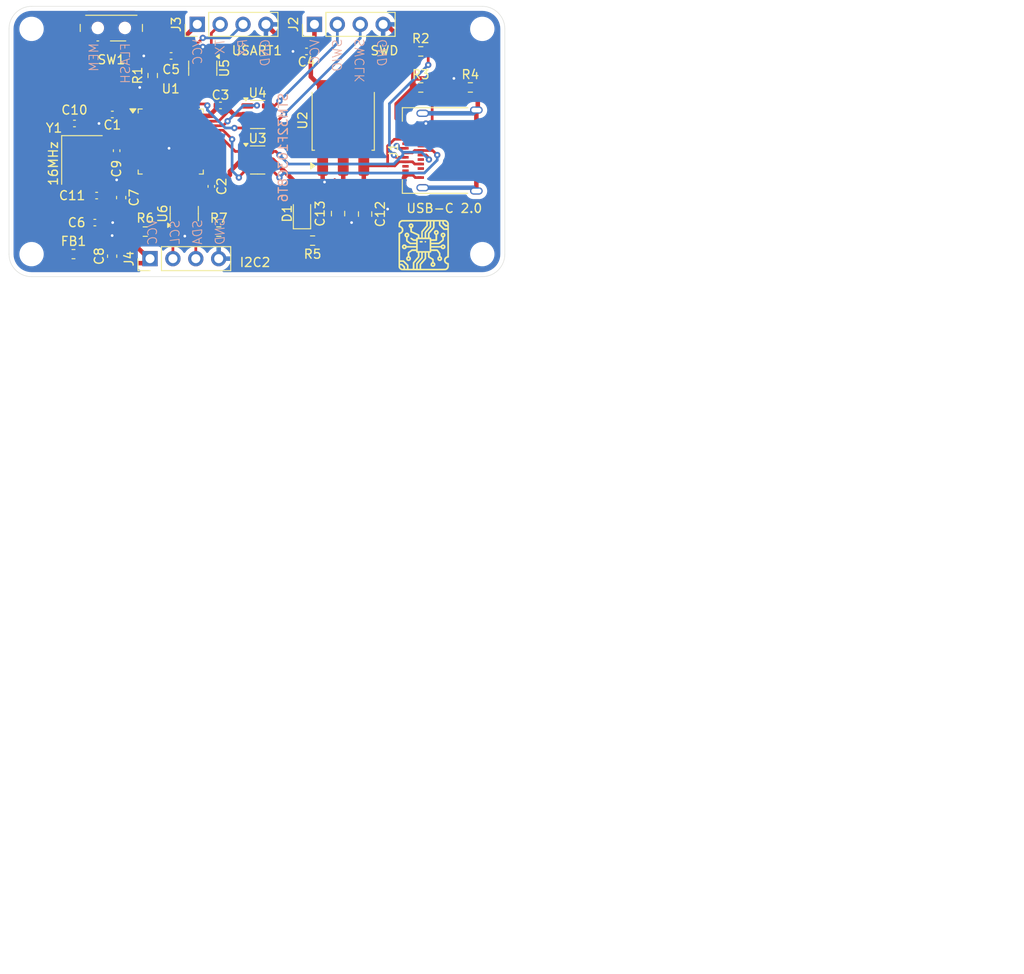
<source format=kicad_pcb>
(kicad_pcb (version 20241229) (generator "pcbnew") (generator_version "9.0")
  (layers (0 "F.Cu" signal) (2 "B.Cu" power) (13 "F.Paste" user) (15 "B.Paste" user) (5 "F.SilkS" user "F.Silkscreen") (7 "B.SilkS" user "B.Silkscreen") (1 "F.Mask" user) (3 "B.Mask" user) (25 "Edge.Cuts" user))
  (net 0 "")
  (net 1 "GND")
  (net 2 "+3.3V")
  (net 3 "+3.3VA")
  (net 4 "/NRST")
  (net 5 "/HSE_IN")
  (net 6 "/HSE_OUT")
  (net 7 "VBUS")
  (net 8 "Net-(D1-K)")
  (net 9 "Net-(J1-D--PadA7)")
  (net 10 "Net-(J1-SHIELD)")
  (net 11 "Net-(J1-D+-PadA6)")
  (net 12 "Net-(J1-CC2)")
  (net 13 "Net-(J1-CC1)")
  (net 14 "Net-(J2-Pin_2)")
  (net 15 "Net-(J2-Pin_3)")
  (net 16 "Net-(J3-Pin_3)")
  (net 17 "Net-(J3-Pin_2)")
  (net 18 "Net-(J4-Pin_3)")
  (net 19 "Net-(J4-Pin_2)")
  (net 20 "Net-(SW1-B)")
  (net 21 "Net-(U1-BOOT0)")
  (net 28 "/I2C2_SDA")
  (net 30 "/I2C2_SCL")
  (net 31 "/USB_D+")
  (net 34 "/USART1_TX")
  (net 36 "/USART1_RX")
  (net 38 "/USB_D-")
  (net 44 "/SWIO")
  (net 56 "/SWCLK")
  (footprint "Package_QFP:LQFP-48_7x7mm_P0.5mm" (layer "F.Cu") (at 133.94 102)
    (property "Reference" "U1")
    (property "Value" "STM32F103C8Tx" (hide yes))
  )
  (footprint "Capacitor_SMD:C_0603_1608Metric" (layer "F.Cu") (at 127.44 114.725 90)
    (property "Reference" "C8")
    (property "Value" "1u" (hide yes))
  )
  (footprint "Capacitor_SMD:C_0402_1005Metric" (layer "F.Cu") (at 127.46 99 180)
    (property "Reference" "C1")
    (property "Value" "100n" (hide yes))
  )
  (footprint "MountingHole:MountingHole_2.2mm_M2_DIN965" (layer "F.Cu") (at 168.5 89.5)
    (property "Reference" "H4" (hide yes))
    (property "Value" "MountingHole" (hide yes))
  )
  (footprint "Resistor_SMD:R_0603_1608Metric" (layer "F.Cu") (at 149.675 113)
    (property "Reference" "R5")
    (property "Value" "1.5k" (hide yes))
  )
  (footprint "Capacitor_SMD:C_0805_2012Metric" (layer "F.Cu") (at 155.5 110.05 -90)
    (property "Reference" "C12")
    (property "Value" "22u" (hide yes))
  )
  (footprint "Resistor_SMD:R_0603_1608Metric" (layer "F.Cu") (at 131.115 112)
    (property "Reference" "R6")
    (property "Value" "1.5k" (hide yes))
  )
  (footprint "Connector_PinHeader_2.54mm:PinHeader_1x04_P2.54mm_Vertical" (layer "F.Cu") (at 136.88 89 90)
    (property "Reference" "J3")
    (property "Value" "Conn_01x04_Pin" (hide yes))
  )
  (footprint "Capacitor_SMD:C_0402_1005Metric" (layer "F.Cu") (at 133.98 92.5 180)
    (property "Reference" "C5")
    (property "Value" "100n" (hide yes))
  )
  (footprint "Capacitor_SMD:C_0603_1608Metric" (layer "F.Cu") (at 128.44 108.225 -90)
    (property "Reference" "C7")
    (property "Value" "1u" (hide yes))
  )
  (footprint "Connector_USB:USB_C_Receptacle_Amphenol_12401610E4-2A" (layer "F.Cu") (at 165 103 90)
    (property "Reference" "J1")
    (property "Value" "USB_C_Receptacle_USB2.0_14P" (hide yes))
  )
  (footprint "Resistor_SMD:R_0603_1608Metric" (layer "F.Cu") (at 161.675 92)
    (property "Reference" "R2")
    (property "Value" "5.1k" (hide yes))
  )
  (footprint "MountingHole:MountingHole_2.2mm_M2_DIN965" (layer "F.Cu") (at 118.5 114.5)
    (property "Reference" "H2" (hide yes))
    (property "Value" "MountingHole" (hide yes))
  )
  (footprint "Capacitor_SMD:C_0402_1005Metric" (layer "F.Cu") (at 149 92 180)
    (property "Reference" "C4")
    (property "Value" "100n" (hide yes))
  )
  (footprint "Package_TO_SOT_SMD:SOT-23-6" (layer "F.Cu") (at 137.49 93.8625 -90)
    (property "Reference" "U5")
    (property "Value" "USBLC6-2SC6" (hide yes))
  )
  (footprint "Package_TO_SOT_SMD:SOT-23-6" (layer "F.Cu") (at 135.44 110 90)
    (property "Reference" "U6")
    (property "Value" "USBLC6-2SC6" (hide yes))
  )
  (footprint "Capacitor_SMD:C_0805_2012Metric" (layer "F.Cu") (at 152.5 110 -90)
    (property "Reference" "C13")
    (property "Value" "22u" (hide yes))
  )
  (footprint "Resistor_SMD:R_0603_1608Metric" (layer "F.Cu") (at 167.175 96)
    (property "Reference" "R4")
    (property "Value" "1M" (hide yes))
  )
  (footprint "Resistor_SMD:R_0603_1608Metric" (layer "F.Cu") (at 131.94 94.675 -90)
    (property "Reference" "R1")
    (property "Value" "10k" (hide yes))
  )
  (footprint "Inductor_SMD:L_0603_1608Metric" (layer "F.Cu") (at 123.1525 114.5)
    (property "Reference" "FB1")
    (property "Value" "FerriteBead" (hide yes))
  )
  (footprint "Package_TO_SOT_SMD:SOT-23-6" (layer "F.Cu") (at 143.5775 99)
    (property "Reference" "U4")
    (property "Value" "USBLC6-2SC6" (hide yes))
  )
  (footprint "LED_SMD:LED_0805_2012Metric" (layer "F.Cu") (at 148.5 110 90)
    (property "Reference" "D1")
    (property "Value" "RED" (hide yes))
  )
  (footprint "Package_TO_SOT_SMD:TO-252-3_TabPin2" (layer "F.Cu") (at 153.0725 99.66 90)
    (property "Reference" "U2")
    (property "Value" "AMS1117CD-3.3" (hide yes))
  )
  (footprint "Connector_PinHeader_2.54mm:PinHeader_1x04_P2.54mm_Vertical" (layer "F.Cu") (at 149.88 89 90)
    (property "Reference" "J2")
    (property "Value" "Conn_01x04_Pin" (hide yes))
  )
  (footprint "Capacitor_SMD:C_0402_1005Metric" (layer "F.Cu") (at 127.94 103.02 -90)
    (property "Reference" "C9")
    (property "Value" "100n" (hide yes))
  )
  (footprint "Resistor_SMD:R_0603_1608Metric" (layer "F.Cu") (at 139.265 112 180)
    (property "Reference" "R7")
    (property "Value" "1.5k" (hide yes))
  )
  (footprint "Capacitor_SMD:C_0402_1005Metric" (layer "F.Cu") (at 138.44 106.98 -90)
    (property "Reference" "C2")
    (property "Value" "100n" (hide yes))
  )
  (footprint "MountingHole:MountingHole_2.2mm_M2_DIN965" (layer "F.Cu") (at 168.5 114.5)
    (property "Reference" "H3" (hide yes))
    (property "Value" "MountingHole" (hide yes))
  )
  (footprint "Capacitor_SMD:C_0402_1005Metric" (layer "F.Cu") (at 123.26 100)
    (property "Reference" "C10")
    (property "Value" "10p" (hide yes))
  )
  (footprint "Resistor_SMD:R_0603_1608Metric" (layer "F.Cu") (at 161.675 96)
    (property "Reference" "R3")
    (property "Value" "5.1k" (hide yes))
  )
  (footprint "MountingHole:MountingHole_2.2mm_M2_DIN965" (layer "F.Cu") (at 118.5 89.5)
    (property "Reference" "H1" (hide yes))
    (property "Value" "MountingHole" (hide yes))
  )
  (footprint "Capacitor_SMD:C_0402_1005Metric" (layer "F.Cu") (at 125.52 111)
    (property "Reference" "C6")
    (property "Value" "10n" (hide yes))
  )
  (footprint "Connector_PinHeader_2.54mm:PinHeader_1x04_P2.54mm_Vertical" (layer "F.Cu") (at 131.64 115 90)
    (property "Reference" "J4")
    (property "Value" "Conn_01x04_Pin" (hide yes))
  )
  (footprint "Capacitor_SMD:C_0402_1005Metric" (layer "F.Cu") (at 139.46 98)
    (property "Reference" "C3")
    (property "Value" "100n" (hide yes))
  )
  (footprint "Button_Switch_SMD:SW_SPDT_PCM12" (layer "F.Cu") (at 127.35 89.72 180)
    (property "Reference" "SW1")
    (property "Value" "SW_SPDT" (hide yes))
  )
  (footprint "LOGO" (layer "F.Cu") (at 162 113.5)
    (property "Reference" "G***" (hide yes))
    (property "Value" "LOGO" (hide yes))
  )
  (footprint "Package_TO_SOT_SMD:SOT-23-6" (layer "F.Cu") (at 143.5775 104.05)
    (property "Reference" "U3")
    (property "Value" "USBLC6-2SC6" (hide yes))
  )
  (footprint "Capacitor_SMD:C_0402_1005Metric" (layer "F.Cu") (at 125.72 108)
    (property "Reference" "C11")
    (property "Value" "10p" (hide yes))
  )
  (footprint "Crystal:Crystal_SMD_TXC_7M-4Pin_3.2x2.5mm_HandSoldering" (layer "F.Cu") (at 124.09 104.05 -90)
    (property "Reference" "Y1")
    (property "Value" "16MHz" (hide yes))
  )
  (gr_arc (start 171 114.5) (mid 170.267767 116.267767) (end 168.5 117) (stroke (width 0.05)) (layer "Edge.Cuts"))
  (gr_line (start 116 89.5) (end 116 114.5) (stroke (width 0.05)) (layer "Edge.Cuts"))
  (gr_arc (start 118.5 117) (mid 116.732233 116.267767) (end 116 114.5) (stroke (width 0.05)) (layer "Edge.Cuts"))
  (gr_arc (start 116 89.5) (mid 116.732233 87.732233) (end 118.5 87) (stroke (width 0.05)) (layer "Edge.Cuts"))
  (gr_line (start 118.5 117) (end 168.5 117) (stroke (width 0.05)) (layer "Edge.Cuts"))
  (gr_arc (start 168.5 87) (mid 170.267767 87.732233) (end 171 89.5) (stroke (width 0.05)) (layer "Edge.Cuts"))
  (gr_line (start 168.5 87) (end 118.5 87) (stroke (width 0.05)) (layer "Edge.Cuts"))
  (gr_line (start 171 114.5) (end 171 89.5) (stroke (width 0.05)) (layer "Edge.Cuts"))
  (gr_text "16MHz" (at 121.5 107 90) (layer "F.SilkS") (effects (font (size 1 1)) (justify left bottom)))
  (gr_text "USB-C 2.0" (at 160 110 0) (layer "F.SilkS") (effects (font (size 1 1)) (justify left bottom)))
  (gr_text "I2C2" (at 141.5 116 0) (layer "F.SilkS") (effects (font (size 1 1)) (justify left bottom)))
  (gr_text "USART1" (at 143.5 92.5 0) (layer "F.SilkS") (effects (font (size 1 1)) (justify bottom)))
  (gr_text "SWD" (at 156 92.5 0) (layer "F.SilkS") (effects (font (size 1 1)) (justify left bottom)))
  (gr_text "SCL" (at 135 113.5 90) (layer "B.SilkS") (effects (font (size 1 1) (thickness 0.1) (italic yes)) (justify right bottom mirror)))
  (gr_text "TX" (at 140 90.5 90) (layer "B.SilkS") (effects (font (size 1 1) (thickness 0.1) (italic yes)) (justify left bottom mirror)))
  (gr_text "SDA" (at 137.5 113.5 90) (layer "B.SilkS") (effects (font (size 1 1) (thickness 0.1) (italic yes)) (justify right bottom mirror)))
  (gr_text "FLASH" (at 129.5 91 90) (layer "B.SilkS") (effects (font (size 1 1) (thickness 0.1)) (justify left bottom mirror)))
  (gr_text "VCC" (at 132.5 113.5 90) (layer "B.SilkS") (effects (font (size 1 1) (thickness 0.1) (italic yes)) (justify right bottom mirror)))
  (gr_text "GND" (at 158 90.5 90) (layer "B.SilkS") (effects (font (size 1 1) (thickness 0.1) (italic yes)) (justify left bottom mirror)))
  (gr_text "SWIO" (at 153 90.5 90) (layer "B.SilkS") (effects (font (size 1 1) (thickness 0.1) (italic yes)) (justify left bottom mirror)))
  (gr_text "GND" (at 140 113.5 90) (layer "B.SilkS") (effects (font (size 1 1) (thickness 0.1) (italic yes)) (justify right bottom mirror)))
  (gr_text "GND" (at 145 90.5 90) (layer "B.SilkS") (effects (font (size 1 1) (thickness 0.1) (italic yes)) (justify left bottom mirror)))
  (gr_text "RX" (at 142.5 90.5 90) (layer "B.SilkS") (effects (font (size 1 1) (thickness 0.1) (italic yes)) (justify left bottom mirror)))
  (gr_text "STM32F103C8T6" (at 147 96.5 90) (layer "B.SilkS") (effects (font (size 1 1)) (justify left bottom mirror)))
  (gr_text "VCC" (at 150.5 90.5 90) (layer "B.SilkS") (effects (font (size 1 1) (thickness 0.1) (italic yes)) (justify left bottom mirror)))
  (gr_text "MEM" (at 126 91 90) (layer "B.SilkS") (effects (font (size 1 1) (thickness 0.1)) (justify left bottom mirror)))
  (gr_text "SWCLK" (at 155.5 90.5 90) (layer "B.SilkS") (effects (font (size 1 1) (thickness 0.1)) (justify left bottom mirror)))
  (gr_text "VCC" (at 137.5 90.5 90) (layer "B.SilkS") (effects (font (size 1 1) (thickness 0.1) (italic yes)) (justify left bottom mirror)))
  (segment (start 135.44 111.1375) (end 135.44 112.44) (width 0.5) (layer "F.Cu") (net 1))
  (segment (start 157.5 89) (end 157.85 89) (width 0.5) (layer "F.Cu") (net 1))
  (segment (start 139.94 98) (end 140.47 98.53) (width 0.5) (layer "F.Cu") (net 1))
  (segment (start 160.816719 105.75) (end 159.98 105.75) (width 0.3) (layer "F.Cu") (net 1))
  (segment (start 138.749999 107.46) (end 138.44 107.46) (width 0.5) (layer "F.Cu") (net 1))
  (segment (start 130.95 92.5) (end 129.6 91.15) (width 0.5) (layer "F.Cu") (net 1))
  (segment (start 124.651 108.761) (end 122.94 107.05) (width 0.5) (layer "F.Cu") (net 1))
  (segment (start 130.95 92.5) (end 133.5 92.5) (width 0.5) (layer "F.Cu") (net 1))
  (segment (start 160.85 95) (end 160.85 96) (width 0.5) (layer "F.Cu") (net 1))
  (segment (start 139.25 99.75) (end 140.47 98.53) (width 0.3) (layer "F.Cu") (net 1))
  (segment (start 141.777501 104.05) (end 140.5 105.327501) (width 0.5) (layer "F.Cu") (net 1))
  (segment (start 159 97.85) (end 159 99.431694) (width 0.5) (layer "F.Cu") (net 1))
  (segment (start 122.94 105.5) (end 122.94 105.252) (width 0.3) (layer "F.Cu") (net 1))
  (segment (start 129.7775 102.75) (end 133.75 102.75) (width 0.3) (layer "F.Cu") (net 1))
  (segment (start 125.628682 108.761) (end 124.651 108.761) (width 0.5) (layer "F.Cu") (net 1))
  (segment (start 125.24 102.952) (end 125.24 102.6) (width 0.3) (layer "F.Cu") (net 1))
  (segment (start 133.75 102.75) (end 136.19 105.19) (width 0.3) (layer "F.Cu") (net 1))
  (segment (start 161.741 100.5) (end 162.241 100) (width 0.3) (layer "F.Cu") (net 1))
  (segment (start 142.44 104.05) (end 141.777501 104.05) (width 0.5) (layer "F.Cu") (net 1))
  (segment (start 155.5 111) (end 159.814 106.686) (width 0.5) (layer "F.Cu") (net 1))
  (segment (start 122.94 107.05) (end 122.94 105.5) (width 0.5) (layer "F.Cu") (net 1))
  (segment (start 138.1025 99.75) (end 139.25 99.75) (width 0.3) (layer "F.Cu") (net 1))
  (segment (start 126.2 108.189682) (end 125.628682 108.761) (width 0.5) (layer "F.Cu") (net 1))
  (segment (start 148.52 92) (end 147.5 92) (width 0.5) (layer "F.Cu") (net 1))
  (segment (start 140.5 105.709999) (end 138.749999 107.46) (width 0.5) (layer "F.Cu") (net 1))
  (segment (start 159.814 106.686) (end 159.814 106.017) (width 0.5) (layer "F.Cu") (net 1))
  (segment (start 166.35 96) (end 165.35 95) (width 0.5) (layer "F.Cu") (net 1))
  (segment (start 150.7925 106.2925) (end 151 106.5) (width 0.5) (layer "F.Cu") (net 1))
  (segment (start 127.94 106.26) (end 126.2 108) (width 0.5) (layer "F.Cu") (net 1))
  (segment (start 160.85 96) (end 159 97.85) (width 0.5) (layer "F.Cu") (net 1))
  (segment (start 161.68 106) (end 161.066719 106) (width 0.3) (layer "F.Cu") (net 1))
  (segment (start 140.5 105.327501) (end 140.5 105.709999) (width 0.5) (layer "F.Cu") (net 1))
  (segment (start 157.85 89) (end 160.85 92) (width 0.5) (layer "F.Cu") (net 1))
  (segment (start 130.88 96) (end 130.5 96) (width 0.3) (layer "F.Cu") (net 1))
  (segment (start 122.94 105.252) (end 125.24 102.952) (width 0.3) (layer "F.Cu") (net 1))
  (segment (start 161.68 100.5) (end 161.741 100.5) (width 0.3) (layer "F.Cu") (net 1))
  (segment (start 159.814 106.017) (end 159.98 105.851) (width 0.5) (layer "F.Cu") (net 1))
  (segment (start 127.94 106.26) (end 127.94 106) (width 0.5) (layer "F.Cu") (net 1))
  (segment (start 125.98 100) (end 126.98 99) (width 0.5) (layer "F.Cu") (net 1))
  (segment (start 159 99.431694) (end 159.717306 100.149) (width 0.3) (layer "F.Cu") (net 1))
  (segment (start 152.55 111) (end 152.5 110.95) (width 0.5) (layer "F.Cu") (net 1))
  (segment (start 126.2 108) (end 126.2 108.189682) (width 0.5) (layer "F.Cu") (net 1))
  (segment (start 161.066719 106) (end 160.816719 105.75) (width 0.3) (layer "F.Cu") (net 1))
  (segment (start 136.19 105.19) (end 136.19 106.1625) (width 0.3) (layer "F.Cu") (net 1))
  (segment (start 135.44 112.44) (end 135.5 112.5) (width 0.5) (layer "F.Cu") (net 1))
  (segment (start 165.35 95) (end 160.85 95) (width 0.5) (layer "F.Cu") (net 1))
  (segment (start 123.74 100) (end 125.98 100) (width 0.5) (layer "F.Cu") (net 1))
  (segment (start 150.7925 104.7) (end 150.7925 106.2925) (width 0.5) (layer "F.Cu") (net 1))
  (segment (start 137.49 91.51) (end 137.5 91.5) (width 0.5) (layer "F.Cu") (net 1))
  (segment (start 137.49 92.725) (end 137.49 91.51) (width 0.5) (layer "F.Cu") (net 1))
  (segment (start 160.85 92) (end 160.85 95) (width 0.5) (layer "F.Cu") (net 1))
  (segment (start 140.47 98.53) (end 140.94 99) (width 0.5) (layer "F.Cu") (net 1))
  (segment (start 131.69 97.8375) (end 131.69 96.81) (width 0.3) (layer "F.Cu") (net 1))
  (segment (start 131.69 96.81) (end 130.88 96) (width 0.3) (layer "F.Cu") (net 1))
  (segment (start 147.5 92) (end 144.5 89) (width 0.5) (layer "F.Cu") (net 1))
  (segment (start 127.94 103.5) (end 127.94 106.26) (width 0.5) (layer "F.Cu") (net 1))
  (segment (start 150.5 113) (end 150.5 112.95) (width 0.5) (layer "F.Cu") (net 1))
  (segment (start 140.94 99) (end 142.44 99) (width 0.5) (layer "F.Cu") (net 1))
  (via (at 137.5 91.5) (size 0.7) (drill 0.3) (layers "F.Cu" "B.Cu") (net 1))
  (via (at 151 106.5) (size 0.7) (drill 0.3) (layers "F.Cu" "B.Cu") (net 1))
  (via (at 154 111) (size 0.7) (drill 0.3) (layers "F.Cu" "B.Cu") (net 1))
  (via (at 127.5 111) (size 0.7) (drill 0.3) (layers "F.Cu" "B.Cu") (net 1))
  (via (at 158 109.5) (size 0.7) (drill 0.3) (layers "F.Cu" "B.Cu") (net 1))
  (via (at 162.241 100) (size 0.7) (drill 0.3) (layers "F.Cu" "B.Cu") (net 1))
  (via (at 165.35 95) (size 0.7) (drill 0.3) (layers "F.Cu" "B.Cu") (net 1))
  (via (at 130.95 92.5) (size 0.7) (drill 0.3) (layers "F.Cu" "B.Cu") (net 1))
  (via (at 133.75 102.75) (size 0.7) (drill 0.3) (layers "F.Cu" "B.Cu") (net 1))
  (via (at 135.5 112.5) (size 0.7) (drill 0.3) (layers "F.Cu" "B.Cu") (net 1))
  (via (at 127.94 106.26) (size 0.7) (drill 0.3) (layers "F.Cu" "B.Cu") (net 1))
  (via (at 130.5 96) (size 0.7) (drill 0.3) (layers "F.Cu" "B.Cu") (net 1))
  (via (at 125.98 100) (size 0.7) (drill 0.3) (layers "F.Cu" "B.Cu") (net 1))
  (via (at 147.5 92) (size 0.7) (drill 0.3) (layers "F.Cu" "B.Cu") (net 1))
  (via (at 127.44 112.44) (size 0.7) (drill 0.3) (layers "F.Cu" "B.Cu") (net 1))
  (segment (start 136.791 99.358) (end 137 99.149) (width 0.5) (layer "F.Cu") (net 2))
  (segment (start 134.46 92.5) (end 135.8465 93.8865) (width 0.5) (layer "F.Cu") (net 2))
  (segment (start 136.791 106.1625) (end 136.791 99.358) (width 0.5) (layer "F.Cu") (net 2))
  (segment (start 132.29 110) (end 134.964999 110) (width 0.5) (layer "F.Cu") (net 2))
  (segment (start 129.6285 99) (end 130.0275 99) (width 0.5) (layer "F.Cu") (net 2))
  (segment (start 125.1 93.1) (end 125.1 91.15) (width 0.5) (layer "F.Cu") (net 2))
  (segment (start 139.191 97.789) (end 138.98 98) (width 0.5) (layer "F.Cu") (net 2))
  (segment (start 134.46 91.42) (end 134.46 92.5) (width 0.5) (layer "F.Cu") (net 2))
  (segment (start 149.48 94.8075) (end 153.0725 98.4) (width 0.5) (layer "F.Cu") (net 2))
  (segment (start 124.5 115.5) (end 127.44 115.5) (width 0.5) (layer "F.Cu") (net 2))
  (segment (start 125.1 93.1) (end 127.94 95.94) (width 0.5) (layer "F.Cu") (net 2))
  (segment (start 130.29 113.79) (end 130.29 112) (width 0.5) (layer "F.Cu") (net 2))
  (segment (start 129.7775 99.149) (end 129.6285 99) (width 0.5) (layer "F.Cu") (net 2))
  (segment (start 138.2035 99.149) (end 137 99.149) (width 0.5) (layer "F.Cu") (net 2))
  (segment (start 143.6015 103.5031) (end 143.6015 99.451001) (width 0.5) (layer "F.Cu") (net 2))
  (segment (start 131.64 115) (end 131.5 115) (width 0.5) (layer "F.Cu") (net 2))
  (segment (start 123.94 114.5) (end 123.94 114.94) (width 0.5) (layer "F.Cu") (net 2))
  (segment (start 137.1285 106.5) (end 136.791 106.1625) (width 0.5) (layer "F.Cu") (net 2))
  (segment (start 137 99.149) (end 129.7775 99.149) (width 0.5) (layer "F.Cu") (net 2))
  (segment (start 149.48 92) (end 149.48 94.8075) (width 0.5) (layer "F.Cu") (net 2))
  (segment (start 144.715 104.05) (end 145.2816 104.05) (width 0.5) (layer "F.Cu") (net 2))
  (segment (start 152.4875 109.0625) (end 152.5 109.05) (width 0.5) (layer "F.Cu") (net 2))
  (segment (start 139.191 94.2344) (end 139.191 97.789) (width 0.5) (layer "F.Cu") (net 2))
  (segment (start 138.8431 93.8865) (end 139.191 94.2344) (width 0.5) (layer "F.Cu") (net 2))
  (segment (start 138.09 110) (end 137.5 110) (width 0.5) (layer "F.Cu") (net 2))
  (segment (start 145.5 112) (end 140.09 112) (width 0.5) (layer "F.Cu") (net 2))
  (segment (start 135.915001 110) (end 135.44 109.524999) (width 0.5) (layer "F.Cu") (net 2))
  (segment (start 134.964999 110) (end 135.44 109.524999) (width 0.5) (layer "F.Cu") (net 2))
  (segment (start 149.88 89) (end 149.88 91.6) (width 0.5) (layer "F.Cu") (net 2))
  (segment (start 131.089 97.9385) (end 131.089 97.8375) (width 0.5) (layer "F.Cu") (net 2))
  (segment (start 135.8465 93.8865) (end 136.9431 93.8865) (width 0.5) (layer "F.Cu") (net 2))
  (segment (start 144.715 104.05) (end 144.1484 104.05) (width 0.5) (layer "F.Cu") (net 2))
  (segment (start 148.5 109.0625) (end 148.4375 109.0625) (width 0.5) (layer "F.Cu") (net 2))
  (segment (start 135.44 109.524999) (end 135.44 108.8625) (width 0.5) (layer "F.Cu") (net 2))
  (segment (start 127.94 99) (end 129.6285 99) (width 0.5) (layer "F.Cu") (net 2))
  (segment (start 131.14 115.5) (end 131.64 115) (width 0.5) (layer "F.Cu") (net 2))
  (segment (start 137.49 94.4334) (end 138.0369 93.8865) (width 0.5) (layer "F.Cu") (net 2))
  (segment (start 138.44 106.5) (end 137.1285 106.5) (width 0.5) (layer "F.Cu") (net 2))
  (segment (start 127.44 115.5) (end 131.14 115.5) (width 0.5) (layer "F.Cu") (net 2))
  (segment (start 131.5 115) (end 130.29 113.79) (width 0.5) (layer "F.Cu") (net 2))
  (segment (start 137.1285 106.5) (end 137.5 106.8715) (width 0.5) (layer "F.Cu") (net 2))
  (segment (start 138.98 98.3725) (end 138.2035 99.149) (width 0.5) (layer "F.Cu") (net 2))
  (segment (start 123.94 114.5) (end 124 114.5) (width 0.5) (layer "F.Cu") (net 2))
  (segment (start 136.88 89) (end 136.810318 89) (width 0.5) (layer "F.Cu") (net 2))
  (segment (start 137.49 95) (end 137.49 94.4334) (width 0.5) (layer "F.Cu") (net 2))
  (segment (start 144.052501 99) (end 144.715 99) (width 0.5) (layer "F.Cu") (net 2))
  (segment (start 145.2816 104.05) (end 148.5 107.2684) (width 0.5) (layer "F.Cu") (net 2))
  (segment (start 144.1484 104.05) (end 143.6015 103.5031) (width 0.5) (layer "F.Cu") (net 2))
  (segment (start 138.0369 93.8865) (end 138.8431 93.8865) (width 0.5) (layer "F.Cu") (net 2))
  (segment (start 143.6015 99.451001) (end 144.052501 99) (width 0.5) (layer "F.Cu") (net 2))
  (segment (start 137.5 110) (end 135.915001 110) (width 0.5) (layer "F.Cu") (net 2))
  (segment (start 138.98 98) (end 138.98 98.3725) (width 0.5) (layer "F.Cu") (net 2))
  (segment (start 123.94 114.94) (end 124.5 115.5) (width 0.5) (layer "F.Cu") (net 2))
  (segment (start 140.09 112) (end 138.09 110) (width 0.5) (layer "F.Cu") (net 2))
  (segment (start 148.4375 109.0625) (end 145.5 112) (width 0.5) (layer "F.Cu") (net 2))
  (segment (start 136.9431 93.8865) (end 137.49 94.4334) (width 0.5) (layer "F.Cu") (net 2))
  (segment (start 130.29 112) (end 132.29 110) (width 0.5) (layer "F.Cu") (net 2))
  (segment (start 130.0275 99) (end 131.089 97.9385) (width 0.5) (layer "F.Cu") (net 2))
  (segment (start 137.5 106.8715) (end 137.5 110) (width 0.5) (layer "F.Cu") (net 2))
  (segment (start 136.88 89) (end 134.46 91.42) (width 0.5) (layer "F.Cu") (net 2))
  (segment (start 149.88 91.6) (end 149.48 92) (width 0.5) (layer "F.Cu") (net 2))
  (segment (start 127.94 95.94) (end 127.94 99) (width 0.5) (layer "F.Cu") (net 2))
  (segment (start 131 103.5) (end 131 104.89) (width 0.3) (layer "F.Cu") (net 3))
  (segment (start 125.04 111) (end 125.04 110.46) (width 0.3) (layer "F.Cu") (net 3))
  (segment (start 130.75 103.25) (end 131 103.5) (width 0.3) (layer "F.Cu") (net 3))
  (segment (start 122.365 114.5) (end 122.365 113.675) (width 0.3) (layer "F.Cu") (net 3))
  (segment (start 122.365 113.675) (end 125.04 111) (width 0.3) (layer "F.Cu") (net 3))
  (segment (start 128.05 107.45) (end 128.44 107.45) (width 0.3) (layer "F.Cu") (net 3))
  (segment (start 131 104.89) (end 128.44 107.45) (width 0.3) (layer "F.Cu") (net 3))
  (segment (start 129.7775 103.25) (end 130.75 103.25) (width 0.3) (layer "F.Cu") (net 3))
  (segment (start 125.04 110.46) (end 128.05 107.45) (width 0.3) (layer "F.Cu") (net 3))
  (segment (start 129.7775 102.25) (end 128.23 102.25) (width 0.3) (layer "F.Cu") (net 4))
  (segment (start 128.23 102.25) (end 127.94 102.54) (width 0.3) (layer "F.Cu") (net 4))
  (segment (start 124.39 101) (end 122.94 102.45) (width 0.3) (layer "F.Cu") (net 5))
  (segment (start 122.78 101) (end 122.78 102.44) (width 0.3) (layer "F.Cu") (net 5))
  (segment (start 128.685466 101) (end 128.935466 101.25) (width 0.3) (layer "F.Cu") (net 5))
  (segment (start 122.78 102.44) (end 122.94 102.6) (width 0.3) (layer "F.Cu") (net 5))
  (segment (start 122.78 100) (end 122.78 101) (width 0.3) (layer "F.Cu") (net 5))
  (segment (start 122.94 102.45) (end 122.94 102.6) (width 0.3) (layer "F.Cu") (net 5))
  (segment (start 128.685466 101) (end 124.39 101) (width 0.3) (layer "F.Cu") (net 5))
  (segment (start 128.935466 101.25) (end 129.7775 101.25) (width 0.3) (layer "F.Cu") (net 5))
  (segment (start 127 102.47174) (end 127.72174 101.75) (width 0.3) (layer "F.Cu") (net 6))
  (segment (start 127.72174 101.75) (end 129.7775 101.75) (width 0.3) (layer "F.Cu") (net 6))
  (segment (start 125.24 105.5) (end 125.24 108) (width 0.3) (layer "F.Cu") (net 6))
  (segment (start 125.24 105.5) (end 127 103.74) (width 0.3) (layer "F.Cu") (net 6))
  (segment (start 127 103.74) (end 127 102.47174) (width 0.3) (layer "F.Cu") (net 6))
  (segment (start 158 102.5) (end 158 104.7) (width 0.3) (layer "F.Cu") (net 7))
  (segment (start 159.98 101.75) (end 160.681 101.75) (width 0.3) (layer "F.Cu") (net 7))
  (segment (start 159.25 104.25) (end 158.8 104.7) (width 0.3) (layer "F.Cu") (net 7))
  (segment (start 159.98 101.75) (end 158.75 101.75) (width 0.3) (layer "F.Cu") (net 7))
  (segment (start 159.98 104.25) (end 160.75 104.25) (width 0.3) (layer "F.Cu") (net 7))
  (segment (start 160.75 104.25) (end 161 104.5) (width 0.3) (layer "F.Cu") (net 7))
  (segment (start 160.931 102) (end 160.681 101.75) (width 0.3) (layer "F.Cu") (net 7))
  (segment (start 158.8 104.7) (end 158 104.7) (width 0.3) (layer "F.Cu") (net 7))
  (segment (start 155.3525 108.9525) (end 155.5 109.1) (width 0.5) (layer "F.Cu") (net 7))
  (segment (start 161.68 102) (end 160.931 102) (width 0.3) (layer "F.Cu") (net 7))
  (segment (start 161 104.5) (end 161.68 104.5) (width 0.3) (layer "F.Cu") (net 7))
  (segment (start 159.98 104.25) (end 159.25 104.25) (width 0.3) (layer "F.Cu") (net 7))
  (segment (start 158.75 101.75) (end 158 102.5) (width 0.3) (layer "F.Cu") (net 7))
  (segment (start 155.3525 104.7) (end 155.3525 108.9525) (width 0.5) (layer "F.Cu") (net 7))
  (segment (start 158 104.7) (end 155.3525 104.7) (width 0.3) (layer "F.Cu") (net 7))
  (segment (start 148.5 112.65) (end 148.85 113) (width 0.3) (layer "F.Cu") (net 8))
  (segment (start 148.5 110.9375) (end 148.5 112.65) (width 0.3) (layer "F.Cu") (net 8))
  (segment (start 162.580002 104) (end 162.580002 103.813634) (width 0.3) (layer "F.Cu") (net 9))
  (segment (start 146 103.5) (end 145.6 103.1) (width 0.3) (layer "F.Cu") (net 9))
  (segment (start 159.25 102.75) (end 159 102.5) (width 0.3) (layer "F.Cu") (net 9))
  (segment (start 162.266368 103.5) (end 161.68 103.5) (width 0.3) (layer "F.Cu") (net 9))
  (segment (start 159.25 102.75) (end 159.98 102.75) (width 0.3) (layer "F.Cu") (net 9))
  (segment (start 145.6 103.1) (end 144.715 103.1) (width 0.3) (layer "F.Cu") (net 9))
  (segment (start 162.580002 103.813634) (end 162.266368 103.5) (width 0.3) (layer "F.Cu") (net 9))
  (via (at 159 102.5) (size 0.7) (drill 0.3) (layers "F.Cu" "B.Cu") (net 9))
  (via (at 146 103.5) (size 0.7) (drill 0.3) (layers "F.Cu" "B.Cu") (net 9))
  (via (at 162.580002 104) (size 0.7) (drill 0.3) (layers "F.Cu" "B.Cu") (net 9))
  (segment (start 159.687659 103.187659) (end 159 102.5) (width 0.3) (layer "B.Cu") (net 9))
  (segment (start 159.687659 103.503705) (end 158.691364 104.5) (width 0.3) (layer "B.Cu") (net 9))
  (segment (start 159.687659 103.187659) (end 159.687659 103.503705) (width 0.3) (layer "B.Cu") (net 9))
  (segment (start 162.580002 104) (end 161.767661 103.187659) (width 0.3) (layer "B.Cu") (net 9))
  (segment (start 158.691364 104.5) (end 147 104.5) (width 0.3) (layer "B.Cu") (net 9))
  (segment (start 147 104.5) (end 146 103.5) (width 0.3) (layer "B.Cu") (net 9))
  (segment (start 161.767661 103.187659) (end 159.687659 103.187659) (width 0.3) (layer "B.Cu") (net 9))
  (segment (start 168 96) (end 168 98.35) (width 0.5) (layer "F.Cu") (net 10))
  (segment (start 168 98.35) (end 167.84 98.51) (width 0.5) (layer "F.Cu") (net 10))
  (segment (start 167.84 107.49) (end 167.84 98.51) (width 0.5) (layer "F.Cu") (net 10))
  (segment (start 167.48 98.87) (end 167.84 98.51) (width 0.5) (layer "B.Cu") (net 10))
  (segment (start 167.48 107.13) (end 167.84 107.49) (width 0.5) (layer "B.Cu") (net 10))
  (segment (start 161.89 107.13) (end 167.48 107.13) (width 0.5) (layer "B.Cu") (net 10))
  (segment (start 161.89 98.87) (end 167.48 98.87) (width 0.5) (layer "B.Cu") (net 10))
  (segment (start 159.98 103.25) (end 160.75 103.25) (width 0.3) (layer "F.Cu") (net 11))
  (segment (start 163.5 103.5) (end 163 103) (width 0.3) (layer "F.Cu") (net 11))
  (segment (start 160.75 103.25) (end 161 103) (width 0.3) (layer "F.Cu") (net 11))
  (segment (start 145 105) (end 146 106) (width 0.3) (layer "F.Cu") (net 11))
  (segment (start 161 103) (end 161.68 103) (width 0.3) (layer "F.Cu") (net 11))
  (segment (start 144.715 105) (end 145 105) (width 0.3) (layer "F.Cu") (net 11))
  (segment (start 163 103) (end 161.68 103) (width 0.3) (layer "F.Cu") (net 11))
  (via (at 163.5 103.5) (size 0.7) (drill 0.3) (layers "F.Cu" "B.Cu") (net 11))
  (via (at 146 106) (size 0.7) (drill 0.3) (layers "F.Cu" "B.Cu") (net 11))
  (segment (start 146 106) (end 146.5 105.5) (width 0.3) (layer "B.Cu") (net 11))
  (segment (start 163.5 104.071366) (end 163.5 103.5) (width 0.3) (layer "B.Cu") (net 11))
  (segment (start 162.071366 105.5) (end 163.5 104.071366) (width 0.3) (layer "B.Cu") (net 11))
  (segment (start 146.5 105.5) (end 162.071366 105.5) (width 0.3) (layer "B.Cu") (net 11))
  (segment (start 162.941 96.441) (end 162.5 96) (width 0.3) (layer "F.Cu") (net 12))
  (segment (start 162.275004 102.5) (end 162.941 101.834004) (width 0.3) (layer "F.Cu") (net 12))
  (segment (start 162.941 101.834004) (end 162.941 96.441) (width 0.3) (layer "F.Cu") (net 12))
  (segment (start 161.68 102.5) (end 162.275004 102.5) (width 0.3) (layer "F.Cu") (net 12))
  (segment (start 159.98 103.75) (end 158.95 103.75) (width 0.3) (layer "F.Cu") (net 13))
  (segment (start 158.95 103.75) (end 158.7 103.5) (width 0.3) (layer "F.Cu") (net 13))
  (segment (start 162.5 93.5) (end 162.5 92) (width 0.3) (layer "F.Cu") (net 13))
  (via (at 162.5 93.5) (size 0.7) (drill 0.3) (layers "F.Cu" "B.Cu") (net 13))
  (via (at 158.7 103.5) (size 0.7) (drill 0.3) (layers "F.Cu" "B.Cu") (net 13))
  (segment (start 158.2 103) (end 158.2 97.8) (width 0.3) (layer "B.Cu") (net 13))
  (segment (start 158.7 103.5) (end 158.2 103) (width 0.3) (layer "B.Cu") (net 13))
  (segment (start 158.2 97.8) (end 162.5 93.5) (width 0.3) (layer "B.Cu") (net 13))
  (segment (start 144.715 98.05) (end 145.45 98.05) (width 0.3) (layer "F.Cu") (net 14))
  (segment (start 145.45 98.05) (end 146 97.5) (width 0.3) (layer "F.Cu") (net 14))
  (via (at 146 97.5) (size 0.7) (drill 0.3) (layers "F.Cu" "B.Cu") (net 14))
  (segment (start 146 97.5) (end 152.42 91.08) (width 0.3) (layer "B.Cu") (net 14))
  (segment (start 152.42 91.08) (end 152.42 89) (width 0.3) (layer "B.Cu") (net 14))
  (segment (start 144.715 99.95) (end 145.55 99.95) (width 0.3) (layer "F.Cu") (net 15))
  (segment (start 145.55 99.95) (end 146.5 99) (width 0.3) (layer "F.Cu") (net 15))
  (via (at 146.5 99) (size 0.7) (drill 0.3) (layers "F.Cu" "B.Cu") (net 15))
  (segment (start 146.5 99) (end 154.96 90.54) (width 0.3) (layer "B.Cu") (net 15))
  (segment (start 154.96 90.54) (end 154.96 89) (width 0.3) (layer "B.Cu") (net 15))
  (segment (start 136.54 91.46) (end 137.5 90.5) (width 0.3) (layer "F.Cu") (net 16))
  (segment (start 136.54 92.725) (end 136.54 91.46) (width 0.3) (layer "F.Cu") (net 16))
  (via (at 137.5 90.5) (size 0.7) (drill 0.3) (layers "F.Cu" "B.Cu") (net 16))
  (segment (start 137.5 90.5) (end 140.46 90.5) (width 0.3) (layer "B.Cu") (net 16))
  (segment (start 140.46 90.5) (end 141.96 89) (width 0.3) (layer "B.Cu") (net 16))
  (segment (start 138.44 89.98) (end 139.42 89) (width 0.3) (layer "F.Cu") (net 17))
  (segment (start 138.44 92.725) (end 138.44 89.98) (width 0.3) (layer "F.Cu") (net 17))
  (segment (start 136.39 111.1375) (end 137.2525 112) (width 0.3) (layer "F.Cu") (net 18))
  (segment (start 136.72 112.5325) (end 137.2525 112) (width 0.3) (layer "F.Cu") (net 18))
  (segment (start 136.72 115) (end 136.72 112.5325) (width 0.3) (layer "F.Cu") (net 18))
  (segment (start 137.2525 112) (end 138.44 112) (width 0.3) (layer "F.Cu") (net 18))
  (segment (start 134.18 115) (end 134.18 112.5525) (width 0.3) (layer "F.Cu") (net 19))
  (segment (start 133.6275 112) (end 131.94 112) (width 0.3) (layer "F.Cu") (net 19))
  (segment (start 134.49 111.1375) (end 133.6275 112) (width 0.3) (layer "F.Cu") (net 19))
  (segment (start 134.18 112.5525) (end 133.6275 112) (width 0.3) (layer "F.Cu") (net 19))
  (segment (start 126.65 91.15) (end 126.6 91.15) (width 0.3) (layer "F.Cu") (net 20))
  (segment (start 131.94 93.85) (end 129.35 93.85) (width 0.3) (layer "F.Cu") (net 20))
  (segment (start 129.35 93.85) (end 126.65 91.15) (width 0.3) (layer "F.Cu") (net 20))
  (segment (start 131.94 95.5) (end 133.19 96.75) (width 0.3) (layer "F.Cu") (net 21))
  (segment (start 133.19 96.75) (end 133.19 97.8375) (width 0.3) (layer "F.Cu") (net 21))
  (segment (start 135.69 106.1625) (end 135.69 107.19) (width 0.3) (layer "F.Cu") (net 28))
  (segment (start 136.39 107.89) (end 136.39 108.8625) (width 0.3) (layer "F.Cu") (net 28))
  (segment (start 135.69 107.19) (end 136.39 107.89) (width 0.3) (layer "F.Cu") (net 28))
  (segment (start 135.19 107.19) (end 134.49 107.89) (width 0.3) (layer "F.Cu") (net 30))
  (segment (start 135.19 106.1625) (end 135.19 107.19) (width 0.3) (layer "F.Cu") (net 30))
  (segment (start 134.49 107.89) (end 134.49 108.8625) (width 0.3) (layer "F.Cu") (net 30))
  (segment (start 139.73995 100.75) (end 140.744975 101.755025) (width 0.3) (layer "F.Cu") (net 31))
  (segment (start 141.5 106) (end 141.5 105.94) (width 0.3) (layer "F.Cu") (net 31))
  (segment (start 138.1025 100.75) (end 139.73995 100.75) (width 0.3) (layer "F.Cu") (net 31))
  (segment (start 141.5 105.94) (end 142.44 105) (width 0.3) (layer "F.Cu") (net 31))
  (via (at 140.744975 101.755025) (size 0.7) (drill 0.3) (layers "F.Cu" "B.Cu") (net 31))
  (via (at 141.5 106) (size 0.7) (drill 0.3) (layers "F.Cu" "B.Cu") (net 31))
  (segment (start 140.744975 105.244975) (end 141.5 106) (width 0.3) (layer "B.Cu") (net 31))
  (segment (start 140.744975 101.755025) (end 140.744975 105.244975) (width 0.3) (layer "B.Cu") (net 31))
  (segment (start 138.44 95.662499) (end 137.602499 96.5) (width 0.3) (layer "F.Cu") (net 34))
  (segment (start 134.685466 96.5) (end 134.19 96.995466) (width 0.3) (layer "F.Cu") (net 34))
  (segment (start 134.19 96.995466) (end 134.19 97.8375) (width 0.3) (layer "F.Cu") (net 34))
  (segment (start 138.44 95) (end 138.44 95.662499) (width 0.3) (layer "F.Cu") (net 34))
  (segment (start 137.602499 96.5) (end 134.685466 96.5) (width 0.3) (layer "F.Cu") (net 34))
  (segment (start 135.54 96) (end 134.476946 96) (width 0.3) (layer "F.Cu") (net 36))
  (segment (start 134.476946 96) (end 133.69 96.786946) (width 0.3) (layer "F.Cu") (net 36))
  (segment (start 136.54 95) (end 135.54 96) (width 0.3) (layer "F.Cu") (net 36))
  (segment (start 133.69 96.786946) (end 133.69 97.8375) (width 0.3) (layer "F.Cu") (net 36))
  (segment (start 141.1 103.1) (end 142.44 103.1) (width 0.3) (layer "F.Cu") (net 38))
  (segment (start 138.1025 101.25) (end 139.25 101.25) (width 0.3) (layer "F.Cu") (net 38))
  (segment (start 139.25 101.25) (end 141.1 103.1) (width 0.3) (layer "F.Cu") (net 38))
  (segment (start 142.49 98) (end 142.44 98.05) (width 0.3) (layer "F.Cu") (net 44))
  (segment (start 139.73995 100.25) (end 140.244975 99.744975) (width 0.3) (layer "F.Cu") (net 44))
  (segment (start 138.1025 100.25) (end 139.73995 100.25) (width 0.3) (layer "F.Cu") (net 44))
  (segment (start 143.5 98) (end 142.49 98) (width 0.3) (layer "F.Cu") (net 44))
  (via (at 140.244975 99.744975) (size 0.7) (drill 0.3) (layers "F.Cu" "B.Cu") (net 44))
  (via (at 143.5 98) (size 0.7) (drill 0.3) (layers "F.Cu" "B.Cu") (net 44))
  (segment (start 142 98) (end 143.5 98) (width 0.3) (layer "B.Cu") (net 44))
  (segment (start 140.244975 99.744975) (end 140.98995 99) (width 0.3) (layer "B.Cu") (net 44))
  (segment (start 141 99) (end 142 98) (width 0.3) (layer "B.Cu") (net 44))
  (segment (start 140.98995 99) (end 141 99) (width 0.3) (layer "B.Cu") (net 44))
  (segment (start 137.8375 97.8375) (end 138 98) (width 0.3) (layer "F.Cu") (net 56))
  (segment (start 141 100.5) (end 141.89 100.5) (width 0.3) (layer "F.Cu") (net 56))
  (segment (start 136.69 97.8375) (end 137.8375 97.8375) (width 0.3) (layer "F.Cu") (net 56))
  (segment (start 141.89 100.5) (end 142.44 99.95) (width 0.3) (layer "F.Cu") (net 56))
  (via (at 141 100.5) (size 0.7) (drill 0.3) (layers "F.Cu" "B.Cu") (net 56))
  (via (at 138 98) (size 0.7) (drill 0.3) (layers "F.Cu" "B.Cu") (net 56))
  (segment (start 138 98.5) (end 140 100.5) (width 0.3) (layer "B.Cu") (net 56))
  (segment (start 138 98) (end 138 98.5) (width 0.3) (layer "B.Cu") (net 56))
  (segment (start 140 100.5) (end 141 100.5) (width 0.3) (layer "B.Cu") (net 56))
  (zone (net 1) (net_name "GND") (layer "F.Cu") (priority 2) (connect_pads (clearance 0.5)) (min_thickness 0.25) (fill yes (thermal_gap 0.5) (thermal_bridge_width 0.5))
    (polygon (pts (xy 149.675 113) (xy 149.675 113.5) (xy 150.5 114) (xy 151 114) (xy 152.5 112.5) (xy 156.5 112.5) (xy 159 109.5) (xy 159 108.5) (xy 158.25 107.75) (xy 157 109) (xy 157 109) (xy 156 110.05) (xy 151.5 110.05) (xy 150.231931 111.286367)))
  )
  (zone (net 1) (net_name "GND") (layer "F.Cu") (priority 4) (connect_pads (clearance 0.5)) (min_thickness 0.25) (fill yes (thermal_gap 0.5) (thermal_bridge_width 0.5))
    (polygon (pts (xy 123 88) (xy 123.5 87.5) (xy 131.5 87.5) (xy 131.5 91) (xy 130 92.5) (xy 129.5 92.5) (xy 129 92) (xy 129 90.5) (xy 128 90.5) (xy 127.5 90) (xy 124.5 90) (xy 124.5 91) (xy 123 91)))
  )
  (zone (net 1) (net_name "GND") (layer "F.Cu") (priority 3) (connect_pads (clearance 0.5)) (min_thickness 0.25) (fill yes (thermal_gap 0.5) (thermal_bridge_width 0.5))
    (polygon (pts (xy 128 108.225) (xy 127.5 109) (xy 126 110.5) (xy 125.52 110.5) (xy 125.52 111.5) (xy 126.5 112.5) (xy 126.5 114.5) (xy 127 114.725) (xy 128 114.725) (xy 128.5 114.5) (xy 128.5 110.5) (xy 129 109.5) (xy 129 108.225)))
  )
  (zone (net 2) (net_name "+3.3V") (layer "F.Cu") (priority 1) (connect_pads (clearance 0.5)) (min_thickness 0.25) (fill yes (thermal_gap 0.5) (thermal_bridge_width 0.5))
    (polygon (pts (xy 147 106.5) (xy 149 106.5) (xy 150 107.5) (xy 151.5 107.5) (xy 152 107) (xy 152 101.5) (xy 151 101.5) (xy 150.5 101) (xy 150.5 96) (xy 151 95.5) (xy 155 95.5) (xy 155.5 96) (xy 155.5 101) (xy 155 101.5) (xy 154 101.5) (xy 154 107) (xy 154 107) (xy 154 109) (xy 153 110) (xy 147.5 110) (xy 147 109.5)))
  )
  (zone (net 1) (net_name "GND") (layer "B.Cu") (connect_pads (clearance 0.5)) (min_thickness 0.25) (fill yes (thermal_gap 0.5) (thermal_bridge_width 0.5))
    (polygon (pts (xy 115 86.5) (xy 171.5 86.5) (xy 171.5 117.5) (xy 115 117.5)))
  )
)
</source>
